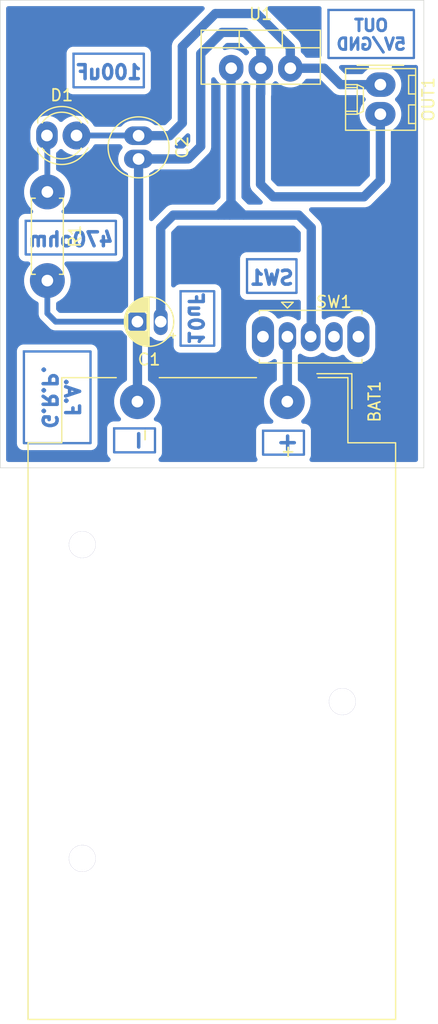
<source format=kicad_pcb>
(kicad_pcb (version 20241229) (generator "pcbnew") (generator_version "9.0")
  (layers (0 "F.Cu" signal) (2 "B.Cu" signal) (13 "F.Paste" user) (15 "B.Paste" user) (5 "F.SilkS" user "F.Silkscreen") (7 "B.SilkS" user "B.Silkscreen") (1 "F.Mask" user) (3 "B.Mask" user) (25 "Edge.Cuts" user))
  (net 0 "")
  (net 1 "Net-(BAT1--)")
  (net 2 "Net-(BAT1-+)")
  (net 3 "Net-(SW1A-B)")
  (net 4 "Net-(D1-A)")
  (net 5 "Net-(D1-K)")
  (net 6 "+5V")
  (footprint "Connector_Molex:Molex_KK-254_AE-6410-02A_1x02_P2.54mm_Vertical" (layer "F.Cu") (at 101.68 68.43 -90)
    (property "Reference" "OUT1" (at 1.27 -4.12 90) (layer "F.SilkS"))
    (property "Value" "5V/GND" (hide yes))
    (fp_line (start -1.38 2.99) (end 3.92 2.99) (stroke (width 0.12)) (layer "F.SilkS"))
    (fp_line (start 0 2.99) (end 0 1.99) (stroke (width 0.12)) (layer "F.SilkS"))
    (fp_line (start 0.25 2.99) (end 0.25 1.99) (stroke (width 0.12)) (layer "F.SilkS"))
    (fp_line (start 2.29 2.99) (end 2.29 1.99) (stroke (width 0.12)) (layer "F.SilkS"))
    (fp_line (start 3.92 2.99) (end 3.92 -3.03) (stroke (width 0.12)) (layer "F.SilkS"))
    (fp_line (start 0 1.99) (end 2.54 1.99) (stroke (width 0.12)) (layer "F.SilkS"))
    (fp_line (start 0 1.99) (end 0.25 1.46) (stroke (width 0.12)) (layer "F.SilkS"))
    (fp_line (start 2.54 1.99) (end 2.54 2.99) (stroke (width 0.12)) (layer "F.SilkS"))
    (fp_line (start 0.25 1.46) (end 2.29 1.46) (stroke (width 0.12)) (layer "F.SilkS"))
    (fp_line (start 2.29 1.46) (end 2.54 1.99) (stroke (width 0.12)) (layer "F.SilkS"))
    (fp_line (start -1.67 -2) (end -1.67 2) (stroke (width 0.12)) (layer "F.SilkS"))
    (fp_line (start -0.8 -2.43) (end 0.8 -2.43) (stroke (width 0.12)) (layer "F.SilkS"))
    (fp_line (start 0.8 -2.43) (end 0.8 -3.03) (stroke (width 0.12)) (layer "F.SilkS"))
    (fp_line (start 1.74 -2.43) (end 3.34 -2.43) (stroke (width 0.12)) (layer "F.SilkS"))
    (fp_line (start 3.34 -2.43) (end 3.34 -3.03) (stroke (width 0.12)) (layer "F.SilkS"))
    (fp_line (start -1.38 -3.03) (end -1.38 2.99) (stroke (width 0.12)) (layer "F.SilkS"))
    (fp_line (start -0.8 -3.03) (end -0.8 -2.43) (stroke (width 0.12)) (layer "F.SilkS"))
    (fp_line (start 1.74 -3.03) (end 1.74 -2.43) (stroke (width 0.12)) (layer "F.SilkS"))
    (fp_line (start 3.92 -3.03) (end -1.38 -3.03) (stroke (width 0.12)) (layer "F.SilkS"))
    (pad "1" thru_hole oval (at 0 0 270) (size 2.1 2.6) (drill 1) (layers "*.Cu" "*.Mask") (net 4 "Net-(D1-A)"))
    (pad "2" thru_hole oval (at 2.54 0 270) (size 2.1 2.6) (drill 1) (layers "*.Cu" "*.Mask") (net 1 "Net-(BAT1--)"))
  )
  (footprint "Capacitor_THT:CP_Radial_D4.0mm_P2.00mm" (layer "F.Cu") (at 82.8 88.8 180)
    (property "Reference" "C1" (at 1 -3.25 180) (layer "F.SilkS"))
    (property "Value" "10uF" (hide yes))
    (fp_line (start 3.081 -0.37) (end 3.081 0.37) (stroke (width 0.12)) (layer "F.SilkS"))
    (fp_line (start 3.041 -0.537) (end 3.041 0.537) (stroke (width 0.12)) (layer "F.SilkS"))
    (fp_line (start 3.001 -0.664) (end 3.001 0.664) (stroke (width 0.12)) (layer "F.SilkS"))
    (fp_line (start 2.961 -0.768) (end 2.961 0.768) (stroke (width 0.12)) (layer "F.SilkS"))
    (fp_line (start 2.921 -0.859) (end 2.921 0.859) (stroke (width 0.12)) (layer "F.SilkS"))
    (fp_line (start 2.881 -0.94) (end 2.881 0.94) (stroke (width 0.12)) (layer "F.SilkS"))
    (fp_line (start 2.841 -1.013) (end 2.841 1.013) (stroke (width 0.12)) (layer "F.SilkS"))
    (fp_line (start 2.801 0.84) (end 2.801 1.08) (stroke (width 0.12)) (layer "F.SilkS"))
    (fp_line (start 2.801 -1.08) (end 2.801 -0.84) (stroke (width 0.12)) (layer "F.SilkS"))
    (fp_line (start 2.761 0.84) (end 2.761 1.142) (stroke (width 0.12)) (layer "F.SilkS"))
    (fp_line (start 2.761 -1.142) (end 2.761 -0.84) (stroke (width 0.12)) (layer "F.SilkS"))
    (fp_line (start 2.721 0.84) (end 2.721 1.2) (stroke (width 0.12)) (layer "F.SilkS"))
    (fp_line (start 2.721 -1.2) (end 2.721 -0.84) (stroke (width 0.12)) (layer "F.SilkS"))
    (fp_line (start 2.681 0.84) (end 2.681 1.254) (stroke (width 0.12)) (layer "F.SilkS"))
    (fp_line (start 2.681 -1.254) (end 2.681 -0.84) (stroke (width 0.12)) (layer "F.SilkS"))
    (fp_line (start 2.641 0.84) (end 2.641 1.304) (stroke (width 0.12)) (layer "F.SilkS"))
    (fp_line (start 2.641 -1.304) (end 2.641 -0.84) (stroke (width 0.12)) (layer "F.SilkS"))
    (fp_line (start 2.601 0.84) (end 2.601 1.351) (stroke (width 0.12)) (layer "F.SilkS"))
    (fp_line (start 2.601 -1.351) (end 2.601 -0.84) (stroke (width 0.12)) (layer "F.SilkS"))
    (fp_line (start 2.561 0.84) (end 2.561 1.396) (stroke (width 0.12)) (layer "F.SilkS"))
    (fp_line (start 2.561 -1.396) (end 2.561 -0.84) (stroke (width 0.12)) (layer "F.SilkS"))
    (fp_line (start 2.521 0.84) (end 2.521 1.438) (stroke (width 0.12)) (layer "F.SilkS"))
    (fp_line (start 2.521 -1.438) (end 2.521 -0.84) (stroke (width 0.12)) (layer "F.SilkS"))
    (fp_line (start 2.481 0.84) (end 2.481 1.478) (stroke (width 0.12)) (layer "F.SilkS"))
    (fp_line (start 2.481 -1.478) (end 2.481 -0.84) (stroke (width 0.12)) (layer "F.SilkS"))
    (fp_line (start 2.441 0.84) (end 2.441 1.516) (stroke (width 0.12)) (layer "F.SilkS"))
    (fp_line (start 2.441 -1.516) (end 2.441 -0.84) (stroke (width 0.12)) (layer "F.SilkS"))
    (fp_line (start 2.401 0.84) (end 2.401 1.552) (stroke (width 0.12)) (layer "F.SilkS"))
    (fp_line (start 2.401 -1.552) (end 2.401 -0.84) (stroke (width 0.12)) (layer "F.SilkS"))
    (fp_line (start 2.361 0.84) (end 2.361 1.587) (stroke (width 0.12)) (layer "F.SilkS"))
    (fp_line (start 2.361 -1.587) (end 2.361 -0.84) (stroke (width 0.12)) (layer "F.SilkS"))
    (fp_line (start 2.321 0.84) (end 2.321 1.619) (stroke (width 0.12)) (layer "F.SilkS"))
    (fp_line (start 2.321 -1.619) (end 2.321 -0.84) (stroke (width 0.12)) (layer "F.SilkS"))
    (fp_line (start 2.281 0.84) (end 2.281 1.65) (stroke (width 0.12)) (layer "F.SilkS"))
    (fp_line (start 2.281 -1.65) (end 2.281 -0.84) (stroke (width 0.12)) (layer "F.SilkS"))
    (fp_line (start 2.241 0.84) (end 2.241 1.68) (stroke (width 0.12)) (layer "F.SilkS"))
    (fp_line (start 2.241 -1.68) (end 2.241 -0.84) (stroke (width 0.12)) (layer "F.SilkS"))
    (fp_line (start 2.201 0.84) (end 2.201 1.708) (stroke (width 0.12)) (layer "F.SilkS"))
    (fp_line (start 2.201 -1.708) (end 2.201 -0.84) (stroke (width 0.12)) (layer "F.SilkS"))
    (fp_line (start 2.161 0.84) (end 2.161 1.735) (stroke (width 0.12)) (layer "F.SilkS"))
    (fp_line (start 2.161 -1.735) (end 2.161 -0.84) (stroke (width 0.12)) (layer "F.SilkS"))
    (fp_line (start 2.121 0.84) (end 2.121 1.76) (stroke (width 0.12)) (layer "F.SilkS"))
    (fp_line (start 2.121 -1.76) (end 2.121 -0.84) (stroke (width 0.12)) (layer "F.SilkS"))
    (fp_line (start 2.081 0.84) (end 2.081 1.785) (stroke (width 0.12)) (layer "F.SilkS"))
    (fp_line (start 2.081 -1.785) (end 2.081 -0.84) (stroke (width 0.12)) (layer "F.SilkS"))
    (fp_line (start 2.041 0.84) (end 2.041 1.808) (stroke (width 0.12)) (layer "F.SilkS"))
    (fp_line (start 2.041 -1.808) (end 2.041 -0.84) (stroke (width 0.12)) (layer "F.SilkS"))
    (fp_line (start 2.001 0.84) (end 2.001 1.83) (stroke (width 0.12)) (layer "F.SilkS"))
    (fp_line (start 2.001 -1.83) (end 2.001 -0.84) (stroke (width 0.12)) (layer "F.SilkS"))
    (fp_line (start 1.961 0.84) (end 1.961 1.851) (stroke (width 0.12)) (layer "F.SilkS"))
    (fp_line (start 1.961 -1.851) (end 1.961 -0.84) (stroke (width 0.12)) (layer "F.SilkS"))
    (fp_line (start 1.921 0.84) (end 1.921 1.87) (stroke (width 0.12)) (layer "F.SilkS"))
    (fp_line (start 1.921 -1.87) (end 1.921 -0.84) (stroke (width 0.12)) (layer "F.SilkS"))
    (fp_line (start 1.881 0.84) (end 1.881 1.889) (stroke (width 0.12)) (layer "F.SilkS"))
    (fp_line (start 1.881 -1.889) (end 1.881 -0.84) (stroke (width 0.12)) (layer "F.SilkS"))
    (fp_line (start 1.841 0.84) (end 1.841 1.907) (stroke (width 0.12)) (layer "F.SilkS"))
    (fp_line (start 1.841 -1.907) (end 1.841 -0.84) (stroke (width 0.12)) (layer "F.SilkS"))
    (fp_line (start 1.801 0.84) (end 1.801 1.924) (stroke (width 0.12)) (layer "F.SilkS"))
    (fp_line (start 1.801 -1.924) (end 1.801 -0.84) (stroke (width 0.12)) (layer "F.SilkS"))
    (fp_line (start 1.761 0.84) (end 1.761 1.94) (stroke (width 0.12)) (layer "F.SilkS"))
    (fp_line (start 1.761 -1.94) (end 1.761 -0.84) (stroke (width 0.12)) (layer "F.SilkS"))
    (fp_line (start 1.721 0.84) (end 1.721 1.954) (stroke (width 0.12)) (layer "F.SilkS"))
    (fp_line (start 1.721 -1.954) (end 1.721 -0.84) (stroke (width 0.12)) (layer "F.SilkS"))
    (fp_line (start 1.68 0.84) (end 1.68 1.968) (stroke (width 0.12)) (layer "F.SilkS"))
    (fp_line (start 1.68 -1.968) (end 1.68 -0.84) (stroke (width 0.12)) (layer "F.SilkS"))
    (fp_line (start 1.64 0.84) (end 1.64 1.982) (stroke (width 0.12)) (layer "F.SilkS"))
    (fp_line (start 1.64 -1.982) (end 1.64 -0.84) (stroke (width 0.12)) (layer "F.SilkS"))
    (fp_line (start 1.6 0.84) (end 1.6 1.994) (stroke (width 0.12)) (layer "F.SilkS"))
    (fp_line (start 1.6 -1.994) (end 1.6 -0.84) (stroke (width 0.12)) (layer "F.SilkS"))
    (fp_line (start 1.56 0.84) (end 1.56 2.005) (stroke (width 0.12)) (layer "F.SilkS"))
    (fp_line (start 1.56 -2.005) (end 1.56 -0.84) (stroke (width 0.12)) (layer "F.SilkS"))
    (fp_line (start 1.52 0.84) (end 1.52 2.016) (stroke (width 0.12)) (layer "F.SilkS"))
    (fp_line (start 1.52 -2.016) (end 1.52 -0.84) (stroke (width 0.12)) (layer "F.SilkS"))
    (fp_line (start 1.48 0.84) (end 1.48 2.025) (stroke (width 0.12)) (layer "F.SilkS"))
    (fp_line (start 1.48 -2.025) (end 1.48 -0.84) (stroke (width 0.12)) (layer "F.SilkS"))
    (fp_line (start 1.44 0.84) (end 1.44 2.034) (stroke (width 0.12)) (layer "F.SilkS"))
    (fp_line (start 1.44 -2.034) (end 1.44 -0.84) (stroke (width 0.12)) (layer "F.SilkS"))
    (fp_line (start 1.4 0.84) (end 1.4 2.042) (stroke (width 0.12)) (layer "F.SilkS"))
    (fp_line (start 1.4 -2.042) (end 1.4 -0.84) (stroke (width 0.12)) (layer "F.SilkS"))
    (fp_line (start 1.36 0.84) (end 1.36 2.05) (stroke (width 0.12)) (layer "F.SilkS"))
    (fp_line (start 1.36 -2.05) (end 1.36 -0.84) (stroke (width 0.12)) (layer "F.SilkS"))
    (fp_line (start 1.32 0.84) (end 1.32 2.056) (stroke (width 0.12)) (layer "F.SilkS"))
    (fp_line (start 1.32 -2.056) (end 1.32 -0.84) (stroke (width 0.12)) (layer "F.SilkS"))
    (fp_line (start 1.28 0.84) (end 1.28 2.062) (stroke (width 0.12)) (layer "F.SilkS"))
    (fp_line (start 1.28 -2.062) (end 1.28 -0.84) (stroke (width 0.12)) (layer "F.SilkS"))
    (fp_line (start 1.24 0.84) (end 1.24 2.067) (stroke (width 0.12)) (layer "F.SilkS"))
    (fp_line (start 1.24 -2.067) (end 1.24 -0.84) (stroke (width 0.12)) (layer "F.SilkS"))
    (fp_line (start 1.2 0.84) (end 1.2 2.071) (stroke (width 0.12)) (layer "F.SilkS"))
    (fp_line (start 1.2 -2.071) (end 1.2 -0.84) (stroke (width 0.12)) (layer "F.SilkS"))
    (fp_line (start 1.16 -2.074) (end 1.16 2.074) (stroke (width 0.12)) (layer "F.SilkS"))
    (fp_line (start 1.12 -2.077) (end 1.12 2.077) (stroke (width 0.12)) (layer "F.SilkS"))
    (fp_line (start 1.08 -2.079) (end 1.08 2.079) (stroke (width 0.12)) (layer "F.SilkS"))
    (fp_line (start 1.04 -2.08) (end 1.04 2.08) (stroke (width 0.12)) (layer "F.SilkS"))
    (fp_line (start 1 -2.08) (end 1 2.08) (stroke (width 0.12)) (layer "F.SilkS"))
    (fp_line (start -1.069801 -1.395) (end -1.069801 -0.995) (stroke (width 0.12)) (layer "F.SilkS"))
    (fp_line (start -1.269801 -1.195) (end -0.869801 -1.195) (stroke (width 0.12)) (layer "F.SilkS"))
    (fp_circle (center 1 0) (end 3.12 0) (stroke (width 0.12)) (fill no) (layer "F.SilkS"))
    (pad "1" thru_hole oval (at 0 0 180) (size 1.2 2.3) (drill 1) (layers "*.Cu" "*.Mask") (net 3 "Net-(SW1A-B)"))
    (pad "2" thru_hole circle (at 2 0 180) (size 2 2) (drill 1) (layers "*.Cu" "*.Mask") (net 1 "Net-(BAT1--)"))
  )
  (footprint "Capacitor_THT:C_Radial_D5.0mm_H5.0mm_P2.00mm" (layer "F.Cu") (at 80.9 72.817618 -90)
    (property "Reference" "C2" (at 1 -3.75 270) (layer "F.SilkS"))
    (property "Value" "100uF")
    (fp_circle (center 1 0) (end 3.62 0) (stroke (width 0.12)) (fill no) (layer "F.SilkS"))
    (pad "1" thru_hole oval (at 0 0 270) (size 1.6 2.5) (drill 1) (layers "*.Cu" "*.Mask") (net 4 "Net-(D1-A)"))
    (pad "2" thru_hole oval (at 2 0 270) (size 1.6 2.5) (drill 1) (layers "*.Cu" "*.Mask") (net 1 "Net-(BAT1--)"))
  )
  (footprint "LED_THT:LED_D4.0mm" (layer "F.Cu") (at 73.025 72.8)
    (property "Reference" "D1" (at 1.27 -3.46 0) (layer "F.SilkS"))
    (property "Value" "LED")
    (fp_line (start -0.79 -1.399) (end -0.79 -1.08) (stroke (width 0.12)) (layer "F.SilkS"))
    (fp_line (start -0.79 1.08) (end -0.79 1.399) (stroke (width 0.12)) (layer "F.SilkS"))
    (fp_arc (start -0.79 -1.398749) (mid 1.453519 -2.483228) (end 3.513242 -1.080724) (stroke (width 0.12)) (layer "F.SilkS"))
    (fp_arc (start -0.41333 -1.08) (mid 1.269429 -2) (end 2.952713 -1.080961) (stroke (width 0.12)) (layer "F.SilkS"))
    (fp_arc (start 2.952713 1.080961) (mid 1.269429 2) (end -0.41333 1.08) (stroke (width 0.12)) (layer "F.SilkS"))
    (fp_arc (start 3.513242 1.080724) (mid 1.453519 2.483228) (end -0.79 1.398749) (stroke (width 0.12)) (layer "F.SilkS"))
    (pad "1" thru_hole oval (at 0 0) (size 1.85 2.4) (drill 1) (layers "*.Cu" "*.Mask") (net 5 "Net-(D1-K)"))
    (pad "2" thru_hole circle (at 2.54 0) (size 2.4 2.4) (drill 1) (layers "*.Cu" "*.Mask") (net 4 "Net-(D1-A)"))
  )
  (footprint "Resistor_THT:R_Axial_DIN0207_L6.3mm_D2.5mm_P7.62mm_Horizontal" (layer "F.Cu") (at 73.06 77.65 -90)
    (property "Reference" "R1" (at 3.81 -2.37 270) (layer "F.SilkS"))
    (property "Value" "470 OHM")
    (fp_line (start 0.54 1.37) (end 7.08 1.37) (stroke (width 0.12)) (layer "F.SilkS"))
    (fp_line (start 7.08 1.37) (end 7.08 1.04) (stroke (width 0.12)) (layer "F.SilkS"))
    (fp_line (start 0.54 1.04) (end 0.54 1.37) (stroke (width 0.12)) (layer "F.SilkS"))
    (fp_line (start 0.54 -1.04) (end 0.54 -1.37) (stroke (width 0.12)) (layer "F.SilkS"))
    (fp_line (start 0.54 -1.37) (end 7.08 -1.37) (stroke (width 0.12)) (layer "F.SilkS"))
    (fp_line (start 7.08 -1.37) (end 7.08 -1.04) (stroke (width 0.12)) (layer "F.SilkS"))
    (pad "1" thru_hole circle (at 0 0 270) (size 3 3) (drill 1) (layers "*.Cu" "*.Mask") (net 5 "Net-(D1-K)"))
    (pad "2" thru_hole circle (at 7.62 0 270) (size 3 3) (drill 1) (layers "*.Cu" "*.Mask") (net 1 "Net-(BAT1--)"))
  )
  (footprint "Package_TO_SOT_THT:TO-220-3_Vertical" (layer "F.Cu") (at 88.86 67.02)
    (property "Reference" "U1" (at 2.54 -4.66555 0) (layer "F.SilkS"))
    (property "Value" "LM7805" (hide yes))
    (fp_line (start -2.58 -3.27) (end -2.58 1.371) (stroke (width 0.12)) (layer "F.SilkS"))
    (fp_line (start -2.58 -3.27) (end 7.66 -3.27) (stroke (width 0.12)) (layer "F.SilkS"))
    (fp_line (start -2.58 -1.76) (end 7.66 -1.76) (stroke (width 0.12)) (layer "F.SilkS"))
    (fp_line (start -2.58 1.371) (end 7.66 1.371) (stroke (width 0.12)) (layer "F.SilkS"))
    (fp_line (start 0.69 -3.27) (end 0.69 -1.76) (stroke (width 0.12)) (layer "F.SilkS"))
    (fp_line (start 4.391 -3.27) (end 4.391 -1.76) (stroke (width 0.12)) (layer "F.SilkS"))
    (fp_line (start 7.66 -3.27) (end 7.66 1.371) (stroke (width 0.12)) (layer "F.SilkS"))
    (pad "1" thru_hole oval (at 0 0) (size 2.1 2.3) (drill 1) (layers "*.Cu" "*.Mask") (net 3 "Net-(SW1A-B)"))
    (pad "2" thru_hole oval (at 2.54 0) (size 2.1 2.3) (drill 1) (layers "*.Cu" "*.Mask") (net 1 "Net-(BAT1--)"))
    (pad "3" thru_hole oval (at 5.08 0) (size 2.1 2.3) (drill 1) (layers "*.Cu" "*.Mask") (net 4 "Net-(D1-A)"))
  )
  (footprint "Button_Switch_THT:SW_Slide_SPDT_Straight_CK_OS102011MS2Q" (layer "F.Cu") (at 93.69 90.09)
    (property "Reference" "SW1" (at 3.99 -2.99 0) (layer "F.SilkS"))
    (property "Value" "SW_DPDT_x2")
    (fp_line (start -2.41 -2.26) (end 6.41 -2.26) (stroke (width 0.12)) (layer "F.SilkS"))
    (fp_line (start -2.41 -1.95) (end -2.41 -2.26) (stroke (width 0.12)) (layer "F.SilkS"))
    (fp_line (start -2.41 2.26) (end -2.41 1.95) (stroke (width 0.12)) (layer "F.SilkS"))
    (fp_line (start -0.5 -2.96) (end 0 -2.46) (stroke (width 0.12)) (layer "F.SilkS"))
    (fp_line (start 0 -2.46) (end 0.5 -2.96) (stroke (width 0.12)) (layer "F.SilkS"))
    (fp_line (start 0.5 -2.96) (end -0.5 -2.96) (stroke (width 0.12)) (layer "F.SilkS"))
    (fp_line (start 6.41 -2.26) (end 6.41 -1.95) (stroke (width 0.12)) (layer "F.SilkS"))
    (fp_line (start 6.41 2.26) (end -2.41 2.26) (stroke (width 0.12)) (layer "F.SilkS"))
    (fp_line (start 6.41 2.26) (end 6.41 1.95) (stroke (width 0.12)) (layer "F.SilkS"))
    (pad "" thru_hole oval (at -2.1 0) (size 1.9 3.5) (drill 1) (layers "*.Cu" "*.Mask"))
    (pad "" thru_hole oval (at 6.1 0) (size 1.9 3.5) (drill 1) (layers "*.Cu" "*.Mask"))
    (pad "1" thru_hole oval (at 0 0) (size 1.5 2.5) (drill 1) (layers "*.Cu" "*.Mask") (net 2 "Net-(BAT1-+)"))
    (pad "2" thru_hole oval (at 2 0) (size 1.7 2.5) (drill 1) (layers "*.Cu" "*.Mask") (net 3 "Net-(SW1A-B)"))
    (pad "3" thru_hole oval (at 4 0) (size 1.5 2.5) (drill 1) (layers "*.Cu" "*.Mask") (net 6 "+5V"))
  )
  (footprint "Battery:BatteryHolder_MPD_BA9VPC_1xPP3" (layer "F.Cu") (at 93.68 95.67 -90)
    (property "Reference" "BAT1" (at 0 -7.5 90) (layer "F.SilkS"))
    (property "Value" "9V" (hide yes))
    (fp_line (start 3.54 22.28) (end 3.54 19.38) (stroke (width 0.12)) (layer "F.SilkS"))
    (fp_line (start 53.1 22.28) (end 3.54 22.28) (stroke (width 0.12)) (layer "F.SilkS"))
    (fp_line (start 53.1 22.28) (end 53.1 -9.31) (stroke (width 0.12)) (layer "F.SilkS"))
    (fp_line (start -2.06 19.38) (end -2.06 14.7) (stroke (width 0.12)) (layer "F.SilkS"))
    (fp_line (start 3.54 19.38) (end -2.06 19.38) (stroke (width 0.12)) (layer "F.SilkS"))
    (fp_line (start -2.06 2.65) (end -2.06 11) (stroke (width 0.12)) (layer "F.SilkS"))
    (fp_line (start -2.06 -5.21) (end -2.06 -2.65) (stroke (width 0.12)) (layer "F.SilkS"))
    (fp_line (start 3.54 -5.21) (end -2.06 -5.21) (stroke (width 0.12)) (layer "F.SilkS"))
    (fp_line (start -2.4 -5.55) (end -2.4 -2.55) (stroke (width 0.12)) (layer "F.SilkS"))
    (fp_line (start -2.4 -5.55) (end 0.6 -5.55) (stroke (width 0.12)) (layer "F.SilkS"))
    (fp_line (start 3.54 -9.31) (end 3.54 -5.21) (stroke (width 0.12)) (layer "F.SilkS"))
    (fp_line (start 53.1 -9.31) (end 3.54 -9.31) (stroke (width 0.12)) (layer "F.SilkS"))
    (fp_text user "-" (at 3.6 12.88 90) (layer "F.SilkS") (effects (justify right top mirror)))
    (fp_text user "+" (at 3.6 0 90) (layer "F.SilkS") (effects (justify right)))
    (pad "" np_thru_hole circle (at 12.29 17.62 270) (size 2.3 2.3) (drill 2.29) (layers "*.Cu" "*.Mask"))
    (pad "" np_thru_hole circle (at 25.78 -4.73 270) (size 2.3 2.3) (drill 2.29) (layers "*.Cu" "*.Mask"))
    (pad "" np_thru_hole circle (at 39.26 17.62 270) (size 2.3 2.3) (drill 2.29) (layers "*.Cu" "*.Mask"))
    (pad "1" thru_hole circle (at 0 0 270) (size 3 3) (drill 1) (layers "*.Cu" "*.Mask") (net 2 "Net-(BAT1-+)"))
    (pad "2" thru_hole circle (at 0 12.88 270) (size 3 3) (drill 1) (layers "*.Cu" "*.Mask") (net 1 "Net-(BAT1--)"))
  )
  (gr_line (start 69.015 66.36) (end 69.015 61.18) (stroke (width 0.05)) (layer "Edge.Cuts"))
  (gr_line (start 105.415 101.36) (end 105.415 66.36) (stroke (width 0.05)) (layer "Edge.Cuts"))
  (gr_line (start 69.015 66.36) (end 69.015 101.36) (stroke (width 0.05)) (layer "Edge.Cuts"))
  (gr_line (start 105.415 66.36) (end 105.415 61.18) (stroke (width 0.05)) (layer "Edge.Cuts"))
  (gr_line (start 105.415 101.36) (end 69.02 101.36) (stroke (width 0.05)) (layer "Edge.Cuts"))
  (gr_line (start 69.015 61.18) (end 105.415 61.18) (stroke (width 0.05)) (layer "Edge.Cuts"))
  (gr_text_box "SW1" (start 90.22 83.435) (end 94.47 86.325) (margins 1 1 1 1) (layer "B.Cu") (effects (font (size 1.2 1.2) (thickness 0.3) (bold yes)) (justify top mirror)) (border yes) (stroke (width 0.2)))
  (gr_text_box "470ohm" (start 71.2 80.135) (end 78.95 83.025) (margins 1 1 1 1) (layer "B.Cu") (effects (font (size 1.2 1.2) (thickness 0.3) (bold yes)) (justify top mirror)) (border yes) (stroke (width 0.2)))
  (gr_text_box "F.A. G.R.P." (start 71.0438 91.36) (end 76.77 99.24) (margins 1 1 1 1) (angle 270) (layer "B.Cu") (effects (font (size 1.2 1.2) (thickness 0.3) (bold yes)) (justify top mirror)) (border yes) (stroke (width 0.2)))
  (gr_text_box "100uF" (start 75.31 65.77) (end 81.35 68.66) (margins 1 1 1 1) (layer "B.Cu") (effects (font (size 1.2 1.2) (thickness 0.3) (bold yes)) (justify top mirror)) (border yes) (stroke (width 0.2)))
  (gr_text_box "-" (start 78.79943 97.9726) (end 82.31 100.03) (margins 1.225 1.225 1.225 1.225) (angle 90) (layer "B.Cu") (effects (font (size 1.5 1.5) (thickness 0.3) (bold yes)) (justify top mirror)) (border yes) (stroke (width 0.2)))
  (gr_text_box "10uF" (start 84.51 86.185) (end 87.4 90.865) (margins 1 1 1 1) (angle 270) (layer "B.Cu") (effects (font (size 1.2 1.2) (thickness 0.3) (bold yes)) (justify top mirror)) (border yes) (stroke (width 0.2)))
  (gr_text_box "+" (start 91.59943 98.1726) (end 95.11 100.23) (margins 1.225 1.225 1.225 1.225) (angle 90) (layer "B.Cu") (effects (font (size 1.5 1.5) (thickness 0.3) (bold yes)) (justify top mirror)) (border yes) (stroke (width 0.2)))
  (gr_text_box "OUT \n5V/GND" (start 97.22 62.01) (end 104.56 66.14) (margins 0.85 0.85 0.85 0.85) (layer "B.Cu") (effects (font (size 1 1) (thickness 0.25) (bold yes)) (justify top mirror)) (border yes) (stroke (width 0.2)))
  (segment (start 91.4 67.02) (end 91.4 68.81) (width 0.8) (layer "B.Cu") (net 1))
  (segment (start 91.38 68.83) (end 91.4 68.81) (width 0.8) (layer "B.Cu") (net 1))
  (segment (start 101.68 76.66) (end 101.68 70.97) (width 0.8) (layer "B.Cu") (net 1))
  (segment (start 91.4 68.81) (end 91.4 69.23) (width 0.8) (layer "B.Cu") (net 1))
  (segment (start 80.9 88.7) (end 80.8 88.8) (width 0.5) (layer "B.Cu") (net 1))
  (segment (start 80.805 95.88) (end 80.805 88.805) (width 0.8) (layer "B.Cu") (net 1))
  (segment (start 92.46 78.07) (end 100.27 78.07) (width 0.8) (layer "B.Cu") (net 1))
  (segment (start 73.06 85.27) (end 73.06 88.09) (width 0.5) (layer "B.Cu") (net 1))
  (segment (start 88.07 63.94) (end 86.24 65.77) (width 0.8) (layer "B.Cu") (net 1))
  (segment (start 86.24 73.73) (end 86.24 65.77) (width 0.8) (layer "B.Cu") (net 1))
  (segment (start 73.77 88.8) (end 80.8 88.8) (width 0.5) (layer "B.Cu") (net 1))
  (segment (start 85.16 74.81) (end 86.24 73.73) (width 0.8) (layer "B.Cu") (net 1))
  (segment (start 80.9 74.817618) (end 80.9 88.7) (width 0.8) (layer "B.Cu") (net 1))
  (segment (start 90.04 63.94) (end 88.07 63.94) (width 0.8) (layer "B.Cu") (net 1))
  (segment (start 84.932382 74.817618) (end 80.9 74.817618) (width 0.8) (layer "B.Cu") (net 1))
  (segment (start 91.4 67.02) (end 91.4 65.3) (width 0.8) (layer "B.Cu") (net 1))
  (segment (start 84.94 74.81) (end 84.932382 74.817618) (width 0.8) (layer "B.Cu") (net 1))
  (segment (start 80.8 74.917618) (end 80.9 74.817618) (width 0.5) (layer "B.Cu") (net 1))
  (segment (start 73.06 88.09) (end 73.77 88.8) (width 0.5) (layer "B.Cu") (net 1))
  (segment (start 91.38 76.99) (end 91.38 68.83) (width 0.8) (layer "B.Cu") (net 1))
  (segment (start 100.27 78.07) (end 101.68 76.66) (width 0.8) (layer "B.Cu") (net 1))
  (segment (start 85.16 74.81) (end 84.94 74.81) (width 0.8) (layer "B.Cu") (net 1))
  (segment (start 80.805 88.805) (end 80.8 88.8) (width 0.8) (layer "B.Cu") (net 1))
  (segment (start 91.38 76.99) (end 92.46 78.07) (width 0.8) (layer "B.Cu") (net 1))
  (segment (start 91.4 65.3) (end 90.04 63.94) (width 0.8) (layer "B.Cu") (net 1))
  (segment (start 93.685 90.0475) (end 93.7325 90) (width 0.5) (layer "B.Cu") (net 2))
  (segment (start 93.685 95.88) (end 93.685 90.0475) (width 0.8) (layer "B.Cu") (net 2))
  (segment (start 94.66 79.64) (end 95.025 80.005) (width 0.8) (layer "B.Cu") (net 3))
  (segment (start 95.74 80.72) (end 95.74 90.04) (width 0.8) (layer "B.Cu") (net 3))
  (segment (start 87.75 79.64) (end 88.83 78.56) (width 0.8) (layer "B.Cu") (net 3))
  (segment (start 88.84 79.53) (end 88.84 67.04) (width 0.8) (layer "B.Cu") (net 3))
  (segment (start 83.88 79.64) (end 88.26 79.64) (width 0.8) (layer "B.Cu") (net 3))
  (segment (start 88.84 67.04) (end 88.86 67.02) (width 0.8) (layer "B.Cu") (net 3))
  (segment (start 82.8 80.72) (end 83.88 79.64) (width 0.8) (layer "B.Cu") (net 3))
  (segment (start 95.74 90.04) (end 95.69 90.09) (width 0.8) (layer "B.Cu") (net 3))
  (segment (start 89.93 79.64) (end 88.85 78.56) (width 0.8) (layer "B.Cu") (net 3))
  (segment (start 88.73 79.64) (end 94.66 79.64) (width 0.8) (layer "B.Cu") (net 3))
  (segment (start 88.26 79.64) (end 88.73 79.64) (width 0.8) (layer "B.Cu") (net 3))
  (segment (start 88.73 79.64) (end 88.84 79.53) (width 0.8) (layer "B.Cu") (net 3))
  (segment (start 95.025 80.005) (end 95.74 80.72) (width 0.8) (layer "B.Cu") (net 3))
  (segment (start 82.8 88.8) (end 82.8 80.72) (width 0.8) (layer "B.Cu") (net 3))
  (segment (start 93.94 67.02) (end 93.94 65.22) (width 0.8) (layer "B.Cu") (net 4))
  (segment (start 84.66 71.73) (end 83.572382 72.817618) (width 0.8) (layer "B.Cu") (net 4))
  (segment (start 91.04 62.32) (end 87.5 62.32) (width 0.8) (layer "B.Cu") (net 4))
  (segment (start 75.565 72.8) (end 80.882382 72.8) (width 0.5) (layer "B.Cu") (net 4))
  (segment (start 80.882382 72.8) (end 80.9 72.817618) (width 0.5) (layer "B.Cu") (net 4))
  (segment (start 93.94 67.02) (end 96.85 67.02) (width 0.8) (layer "B.Cu") (net 4))
  (segment (start 93.94 65.22) (end 91.04 62.32) (width 0.8) (layer "B.Cu") (net 4))
  (segment (start 83.572382 72.817618) (end 80.9 72.817618) (width 0.8) (layer "B.Cu") (net 4))
  (segment (start 84.66 71.73) (end 84.66 65.164764) (width 0.8) (layer "B.Cu") (net 4))
  (segment (start 84.66 65.164764) (end 84.657618 65.162382) (width 0.8) (layer "B.Cu") (net 4))
  (segment (start 96.85 67.02) (end 98.26 68.43) (width 0.8) (layer "B.Cu") (net 4))
  (segment (start 84.657618 65.162382) (end 87.5 62.32) (width 0.8) (layer "B.Cu") (net 4))
  (segment (start 98.26 68.43) (end 101.68 68.43) (width 0.8) (layer "B.Cu") (net 4))
  (segment (start 80.942382 72.86) (end 80.9 72.817618) (width 0.5) (layer "B.Cu") (net 4))
  (segment (start 73.06 77.65) (end 73.06 72.835) (width 0.5) (layer "B.Cu") (net 5))
  (segment (start 73.06 72.835) (end 73.025 72.8) (width 0.5) (layer "B.Cu") (net 5))
  (zone (net 0) (net_name "") (layer "B.Cu") (connect_pads (clearance 0.5)) (min_thickness 0.4) (fill yes (thermal_gap 0.5) (thermal_bridge_width 0.5) (island_removal_mode 1) (island_area_min 10))
    (polygon (pts (xy 105.41 101.35) (xy 105.41 61.18) (xy 69.02 61.18) (xy 69.02 101.35)))
  )
)
</source>
